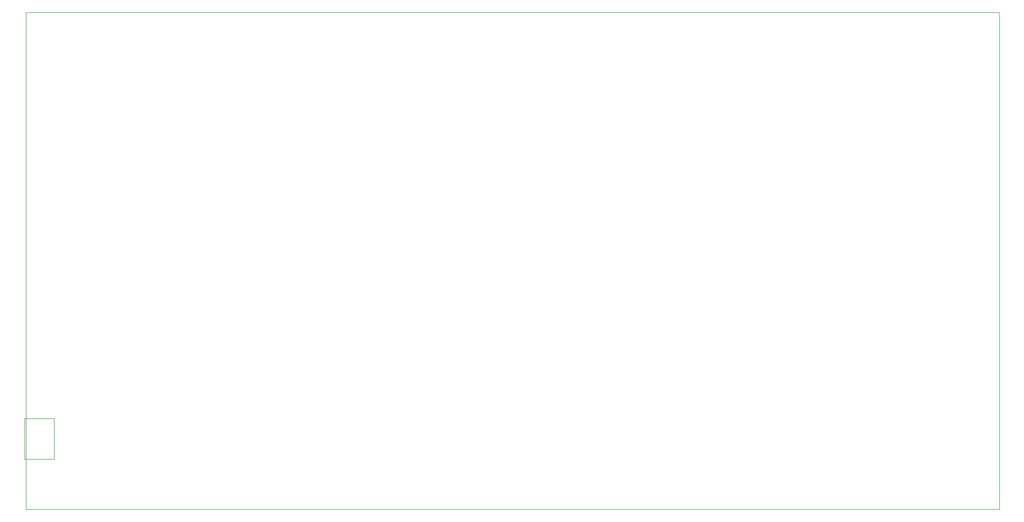
<source format=gbr>
G04 DipTrace 3.3.1.3*
G04 BoardOutline.gbr*
%MOIN*%
G04 #@! TF.FileFunction,Profile*
G04 #@! TF.Part,Single*
%ADD11C,0.005512*%
%FSLAX26Y26*%
G04*
G70*
G90*
G75*
G01*
G04 BoardOutline*
%LPD*%
X393701Y7106299D2*
D11*
X13538058D1*
Y393701D1*
X393701D1*
Y7106299D1*
X374016Y1618898D2*
X774016D1*
Y1068898D1*
X374016D1*
Y1618898D1*
M02*

</source>
